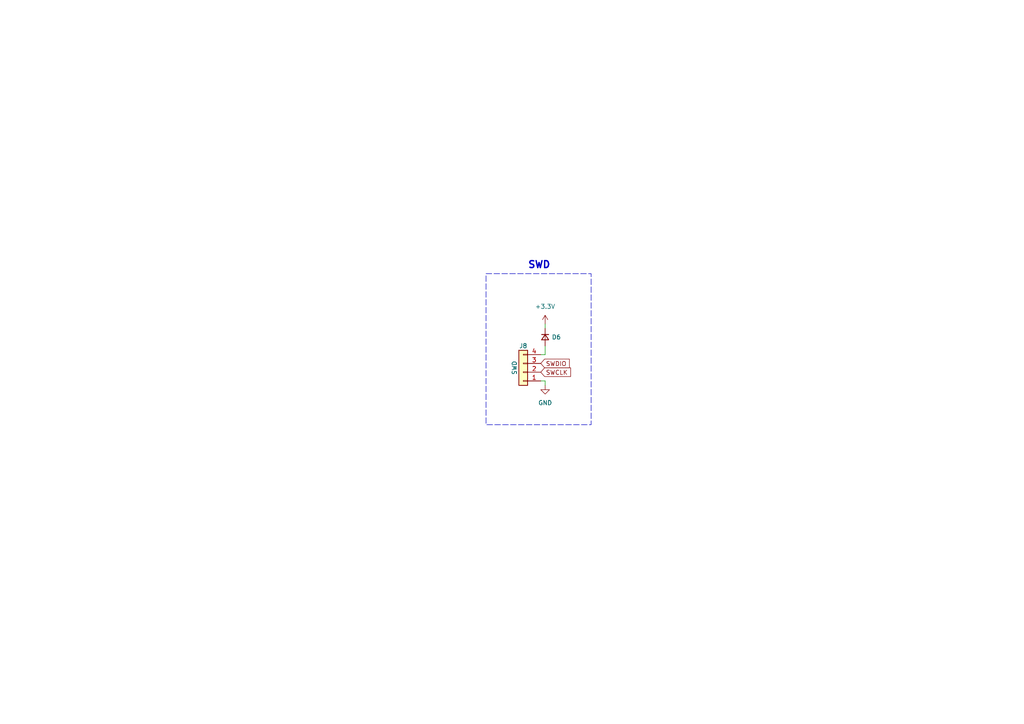
<source format=kicad_sch>
(kicad_sch (version 20230121) (generator eeschema)
  (paper "A4")
  (title_block (comment 1 "МПСТ.76721.758764.02.Э3.М"))
  (lib_symbols
    (symbol "Connector_Generic:Conn_01x04" (pin_names (offset 1.016) hide)
      (property "Reference" "J" (at 0 5.08 0))
      (property "Value" "Conn_01x04" (at 0 -7.62 0))
      (symbol "Conn_01x04_1_1"
        (rectangle (start -1.27 -4.953) (end 0 -5.207) (stroke (width 0.1524)))
        (rectangle (start -1.27 -2.413) (end 0 -2.667) (stroke (width 0.1524)))
        (rectangle (start -1.27 0.127) (end 0 -0.127) (stroke (width 0.1524)))
        (rectangle (start -1.27 2.667) (end 0 2.413) (stroke (width 0.1524)))
        (rectangle (start -1.27 3.81) (end 1.27 -6.35) (stroke (width 0.254)) (fill (type background)))
        (pin passive line (at -5.08 2.54 0) (length 3.81) (name "Pin_1") (number "1"))
        (pin passive line (at -5.08 0 0) (length 3.81) (name "Pin_2") (number "2"))
        (pin passive line (at -5.08 -2.54 0) (length 3.81) (name "Pin_3") (number "3"))
        (pin passive line (at -5.08 -5.08 0) (length 3.81) (name "Pin_4") (number "4"))
      )
    )
    (symbol "Device:D_Small" (pin_numbers hide) (pin_names (offset 0.254) hide)
      (property "Reference" "D" (at -1.27 2.032 0))
      (property "Value" "D_Small" (at -3.81 -2.032 0))
      (symbol "D_Small_0_1"
        (polyline (pts (xy -0.762 -1.016) (xy -0.762 1.016)) (stroke (width 0.254)))
        (polyline (pts (xy -0.762 0) (xy 0.762 0)))
        (polyline (pts (xy 0.762 -1.016) (xy -0.762 0) (xy 0.762 1.016) (xy 0.762 -1.016)) (stroke (width 0.254)))
      )
      (symbol "D_Small_1_1"
        (pin passive line (at -2.54 0 0) (length 1.778) (name "K") (number "1"))
        (pin passive line (at 2.54 0 180) (length 1.778) (name "A") (number "2"))
      )
    )
    (symbol "power:+3.3V" (power) (pin_names (offset 0))
      (property "Value" "+3.3V" (at 0 3.556 0))
      (symbol "+3.3V_0_1"
        (polyline (pts (xy -0.762 1.27) (xy 0 2.54)))
        (polyline (pts (xy 0 0) (xy 0 2.54)))
        (polyline (pts (xy 0 2.54) (xy 0.762 1.27)))
      )
      (symbol "+3.3V_1_1"
        (pin power_in line (at 0 0 90) (length 0) hide (name "+3.3V") (number "1"))
      )
    )
    (symbol "power:GND" (power) (pin_names (offset 0))
      (property "Value" "GND" (at 0 -3.81 0))
      (symbol "GND_0_1"
        (polyline (pts (xy 0 0) (xy 0 -1.27) (xy 1.27 -1.27) (xy 0 -2.54) (xy -1.27 -1.27) (xy 0 -1.27)))
      )
      (symbol "GND_1_1"
        (pin power_in line (at 0 0 270) (length 0) hide (name "GND") (number "1"))
      )
    )
  )
  (wire (pts (xy 158.115 93.98) (xy 158.115 95.25)))
  (wire (pts (xy 158.115 110.49) (xy 158.115 111.76)))
  (wire (pts (xy 156.845 110.49) (xy 158.115 110.49)))
  (wire (pts (xy 156.845 102.87) (xy 158.115 102.87)))
  (wire (pts (xy 158.115 102.87) (xy 158.115 100.33)))
  (rectangle (start 140.97 79.375) (end 171.45 123.19) (stroke (width 0) (type dash)))
  (text "SWD" (at 153.035 78.105 0) (effects (font (size 2 2) bold) (justify left bottom)))
  (global_label "SWCLK" (shape input) (at 156.845 107.95 0) (property "Intersheetrefs" "${INTERSHEET_REFS}" (effects hide)))
  (global_label "SWDIO" (shape input) (at 156.845 105.41 0) (property "Intersheetrefs" "${INTERSHEET_REFS}" (effects hide)))
  (symbol (lib_id "power:+3.3V") (at 158.115 93.98 0) (unit 1)
    (property "Reference" "#PWR070" (effects hide))
    (property "Value" "+3.3V" (at 158.115 88.9 0))
  )
  (symbol (lib_id "power:GND") (at 158.115 111.76 0) (unit 1)
    (property "Reference" "#PWR071" (effects hide))
    (property "Value" "GND" (at 158.115 116.84 0))
  )
  (symbol (lib_id "Connector_Generic:Conn_01x04") (at 151.765 107.95 180) (unit 1)
    (property "Reference" "J8" (at 151.765 100.33 0))
    (property "Value" "SWD" (at 149.225 106.68 90))
    (property "Footprint" "Connector_PinHeader_2.54mm:PinHeader_1x04_P2.54mm_Vertical" (effects hide))
  )
  (symbol (lib_id "Device:D_Small") (at 158.115 97.79 270) (unit 1)
    (property "Reference" "D6" (at 160.02 97.79 90) (effects (justify left)))
    (property "Value" "D_Small" (effects hide))
    (property "Footprint" "Diode_SMD:D_SOD-323_HandSoldering" (effects hide))
    (property "Sim.Device" "D" (effects hide))
    (property "Sim.Pins" "1=K 2=A" (effects hide))
  )
)
</source>
